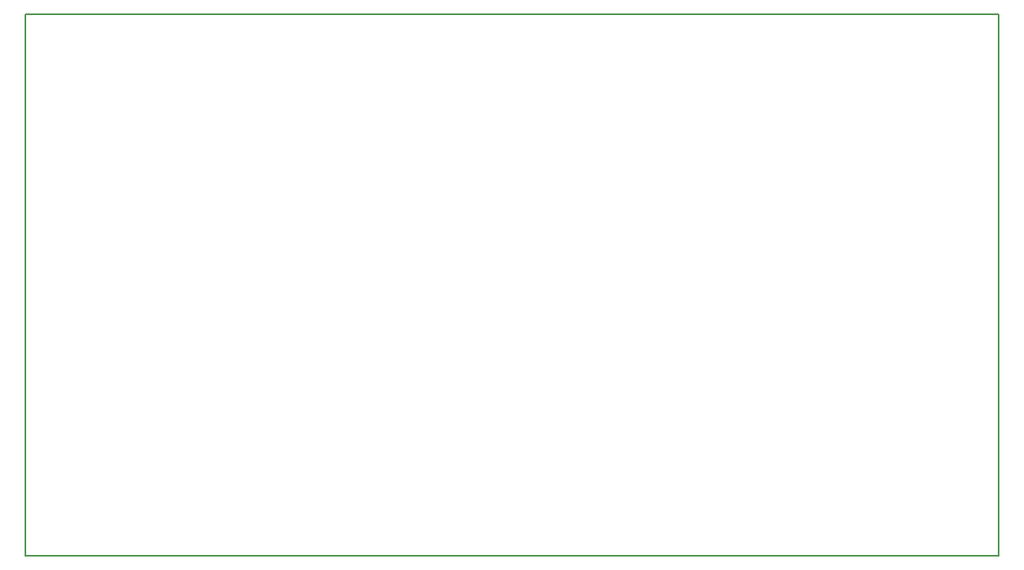
<source format=gbr>
G04 #@! TF.FileFunction,Profile,NP*
%FSLAX46Y46*%
G04 Gerber Fmt 4.6, Leading zero omitted, Abs format (unit mm)*
G04 Created by KiCad (PCBNEW 4.0.7) date 09/04/18 15:15:37*
%MOMM*%
%LPD*%
G01*
G04 APERTURE LIST*
%ADD10C,0.100000*%
%ADD11C,0.200000*%
G04 APERTURE END LIST*
D10*
D11*
X130810000Y-127508000D02*
X234823000Y-127508000D01*
X130810000Y-127508000D02*
X130810000Y-69596000D01*
X234823000Y-69596000D02*
X234823000Y-127508000D01*
X130810000Y-69596000D02*
X234823000Y-69596000D01*
M02*

</source>
